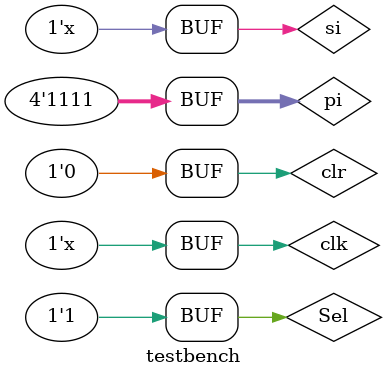
<source format=v>
module Q1(Select, CP, clr, SI, PI, Out);
  input Select, CP, clr, SI;
  input [3:0] PI;
  output reg [3:0] Out;
  
  initial
  begin
    Out[0] = 0;
    Out[1] = 0;
    Out[3] = 0;
    Out[2] = 0;
  end 
  
  always @ (negedge CP)
  begin
    Out[3] = (~clr)&((Select&PI[3])|(~Select&Out[2]));
    Out[2] = (~clr)&((Select&PI[2])|(~Select&Out[1]));
    Out[1] = (~clr)&((Select&PI[1])|(~Select&Out[0]));
    Out[0] = (~clr)&((Select&PI[0])|(~Select&SI));
  end  
endmodule

module testbench;
  reg Sel, clk, clr, si;
  reg [3:0] pi;
  wire [3:0] Out;
  
  Q1 run(.Select(Sel), .CP(clk), .clr(clr), .SI(si), .PI(pi), .Out(Out));
  initial
  begin
    Sel = 0;
    clk = 1;
    clr = 0;
    si = 1;
    pi = 4'b1111;
    
    #500
    Sel = 1;
    
  end
  
  always #50 clk = ~clk;
  
  always #100
  begin
    si = ~si;
  end
   
endmodule




</source>
